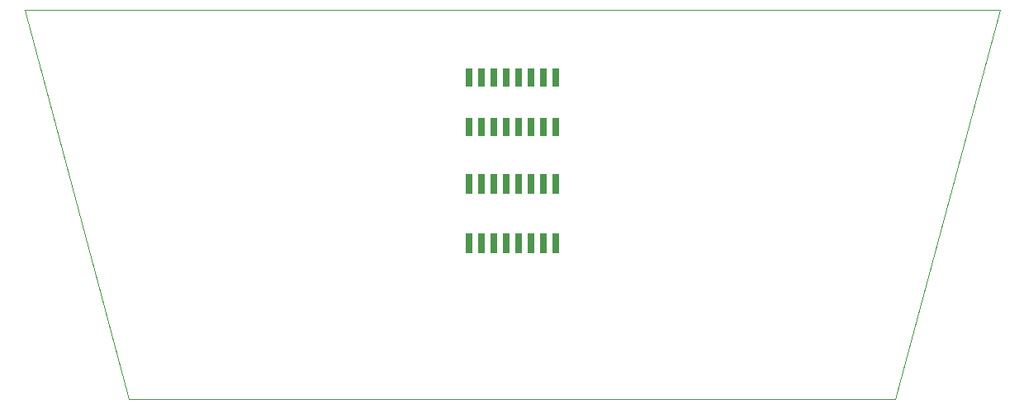
<source format=gbp>
G75*
%MOIN*%
%OFA0B0*%
%FSLAX24Y24*%
%IPPOS*%
%LPD*%
%AMOC8*
5,1,8,0,0,1.08239X$1,22.5*
%
%ADD10C,0.0000*%
%ADD11R,0.0250X0.0750*%
%ADD12R,0.0260X0.0800*%
D10*
X015374Y006799D02*
X011142Y022547D01*
X050512Y022547D01*
X046280Y006799D01*
X015374Y006799D01*
D11*
X029077Y017799D03*
X029577Y017799D03*
X030077Y017799D03*
X030577Y017799D03*
X031077Y017799D03*
X031577Y017799D03*
X032077Y017799D03*
X032577Y017799D03*
X032577Y019799D03*
X032077Y019799D03*
X031577Y019799D03*
X031077Y019799D03*
X030577Y019799D03*
X030077Y019799D03*
X029577Y019799D03*
X029077Y019799D03*
D12*
X029077Y015509D03*
X029577Y015509D03*
X030077Y015509D03*
X030577Y015509D03*
X031077Y015509D03*
X031577Y015509D03*
X032077Y015509D03*
X032577Y015509D03*
X032577Y013089D03*
X032077Y013089D03*
X031577Y013089D03*
X031077Y013089D03*
X030577Y013089D03*
X030077Y013089D03*
X029577Y013089D03*
X029077Y013089D03*
M02*

</source>
